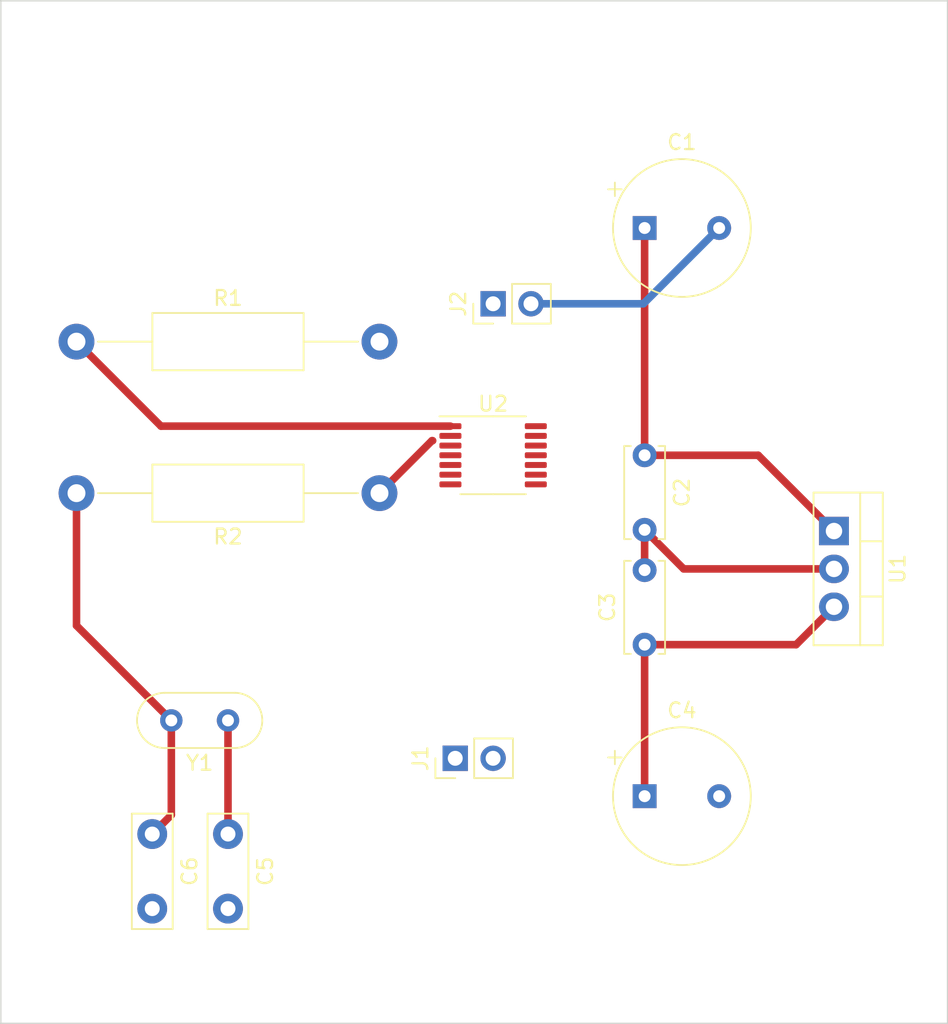
<source format=kicad_pcb>
(kicad_pcb (version 20211014) (generator pcbnew)
  (layers (0 "F.Cu" signal) (31 "B.Cu" signal) (34 "B.Paste" user) (35 "F.Paste" user) (36 "B.SilkS" user "B.Silkscreen") (37 "F.SilkS" user "F.Silkscreen") (38 "B.Mask" user) (39 "F.Mask" user) (44 "Edge.Cuts" user))
  (net 0 "")
  (net 1 "Net-(C1-Pad1)")
  (net 2 "GND")
  (net 3 "Net-(C3-Pad1)")
  (net 4 "Net-(C5-Pad1)")
  (net 5 "Net-(C6-Pad1)")
  (net 6 "Net-(J2-Pad1)")
  (footprint "Package_TO_SOT_THT:TO-220-3_Vertical" (layer "F.Cu") (at 170.18 76.2 -90)
    (fp_text reference "U1" (at 2.54 -4.27 90) (layer "F.SilkS"))
    (fp_text value "LM7805_TO220")
    (fp_line (start 7.66 -3.27) (end 7.66 1.371) (layer "F.SilkS") (width 0.12))
    (fp_line (start -2.58 -3.27) (end 7.66 -3.27) (layer "F.SilkS") (width 0.12))
    (fp_line (start -2.58 1.371) (end 7.66 1.371) (layer "F.SilkS") (width 0.12))
    (fp_line (start -2.58 -1.76) (end 7.66 -1.76) (layer "F.SilkS") (width 0.12))
    (fp_line (start -2.58 -3.27) (end -2.58 1.371) (layer "F.SilkS") (width 0.12))
    (fp_line (start 0.69 -3.27) (end 0.69 -1.76) (layer "F.SilkS") (width 0.12))
    (fp_line (start 4.391 -3.27) (end 4.391 -1.76) (layer "F.SilkS") (width 0.12))
    (pad "1" thru_hole rect (at 0 0 270) (size 1.905 2) (drill 1.1) (layers *.Cu *.Mask) (net 1 "Net-(C1-Pad1)"))
    (pad "2" thru_hole oval (at 2.54 0 270) (size 1.905 2) (drill 1.1) (layers *.Cu *.Mask) (net 2 "GND"))
    (pad "3" thru_hole oval (at 5.08 0 270) (size 1.905 2) (drill 1.1) (layers *.Cu *.Mask) (net 3 "Net-(C3-Pad1)"))
  )
  (footprint "Connector_PinHeader_2.54mm:PinHeader_1x02_P2.54mm_Vertical" (layer "F.Cu") (at 147.32 60.96 90)
    (fp_text reference "J2" (at 0 -2.33 90) (layer "F.SilkS"))
    (fp_text value "Conn_01x02_Female")
    (fp_line (start -1.33 1.27) (end 1.33 1.27) (layer "F.SilkS") (width 0.12))
    (fp_line (start -1.33 3.87) (end 1.33 3.87) (layer "F.SilkS") (width 0.12))
    (fp_line (start -1.33 -1.33) (end 0 -1.33) (layer "F.SilkS") (width 0.12))
    (fp_line (start -1.33 0) (end -1.33 -1.33) (layer "F.SilkS") (width 0.12))
    (fp_line (start 1.33 1.27) (end 1.33 3.87) (layer "F.SilkS") (width 0.12))
    (fp_line (start -1.33 1.27) (end -1.33 3.87) (layer "F.SilkS") (width 0.12))
    (pad "1" thru_hole rect (at 0 0 90) (size 1.7 1.7) (drill 1) (layers *.Cu *.Mask) (net 6 "Net-(J2-Pad1)"))
    (pad "2" thru_hole oval (at 0 2.54 90) (size 1.7 1.7) (drill 1) (layers *.Cu *.Mask) (net 2 "GND"))
  )
  (footprint "Capacitor_THT:C_Disc_D6.0mm_W2.5mm_P5.00mm" (layer "F.Cu") (at 157.48 71.12 -90)
    (fp_text reference "C2" (at 2.5 -2.5 90) (layer "F.SilkS"))
    (fp_text value "100n")
    (fp_line (start -0.62 -1.37) (end 5.62 -1.37) (layer "F.SilkS") (width 0.12))
    (fp_line (start 5.62 0.925) (end 5.62 1.37) (layer "F.SilkS") (width 0.12))
    (fp_line (start -0.62 -1.37) (end -0.62 -0.925) (layer "F.SilkS") (width 0.12))
    (fp_line (start 5.62 -1.37) (end 5.62 -0.925) (layer "F.SilkS") (width 0.12))
    (fp_line (start -0.62 1.37) (end 5.62 1.37) (layer "F.SilkS") (width 0.12))
    (fp_line (start -0.62 0.925) (end -0.62 1.37) (layer "F.SilkS") (width 0.12))
    (pad "1" thru_hole circle (at 0 0 270) (size 1.6 1.6) (drill 0.8) (layers *.Cu *.Mask) (net 1 "Net-(C1-Pad1)"))
    (pad "2" thru_hole circle (at 5 0 270) (size 1.6 1.6) (drill 0.8) (layers *.Cu *.Mask) (net 2 "GND"))
  )
  (footprint "Capacitor_THT:C_Disc_D7.5mm_W2.5mm_P5.00mm" (layer "F.Cu") (at 124.46 96.52 -90)
    (fp_text reference "C6" (at 2.5 -2.5 90) (layer "F.SilkS"))
    (fp_text value "22p")
    (fp_line (start 6.37 -1.37) (end 6.37 1.37) (layer "F.SilkS") (width 0.12))
    (fp_line (start -1.37 -1.37) (end 6.37 -1.37) (layer "F.SilkS") (width 0.12))
    (fp_line (start -1.37 1.37) (end 6.37 1.37) (layer "F.SilkS") (width 0.12))
    (fp_line (start -1.37 -1.37) (end -1.37 1.37) (layer "F.SilkS") (width 0.12))
    (pad "1" thru_hole circle (at 0 0 270) (size 2 2) (drill 1) (layers *.Cu *.Mask) (net 5 "Net-(C6-Pad1)"))
    (pad "2" thru_hole circle (at 5 0 270) (size 2 2) (drill 1) (layers *.Cu *.Mask) (net 2 "GND"))
  )
  (footprint "Capacitor_THT:C_Disc_D6.0mm_W2.5mm_P5.00mm" (layer "F.Cu") (at 157.48 83.82 90)
    (fp_text reference "C3" (at 2.5 -2.5 90) (layer "F.SilkS"))
    (fp_text value "100n")
    (fp_line (start 5.62 -1.37) (end 5.62 -0.925) (layer "F.SilkS") (width 0.12))
    (fp_line (start -0.62 0.925) (end -0.62 1.37) (layer "F.SilkS") (width 0.12))
    (fp_line (start -0.62 -1.37) (end 5.62 -1.37) (layer "F.SilkS") (width 0.12))
    (fp_line (start -0.62 1.37) (end 5.62 1.37) (layer "F.SilkS") (width 0.12))
    (fp_line (start -0.62 -1.37) (end -0.62 -0.925) (layer "F.SilkS") (width 0.12))
    (fp_line (start 5.62 0.925) (end 5.62 1.37) (layer "F.SilkS") (width 0.12))
    (pad "1" thru_hole circle (at 0 0 90) (size 1.6 1.6) (drill 0.8) (layers *.Cu *.Mask) (net 3 "Net-(C3-Pad1)"))
    (pad "2" thru_hole circle (at 5 0 90) (size 1.6 1.6) (drill 0.8) (layers *.Cu *.Mask) (net 2 "GND"))
  )
  (footprint "Capacitor_THT:CP_Radial_Tantal_D9.0mm_P5.00mm" (layer "F.Cu") (at 157.48 93.98)
    (fp_text reference "C4" (at 2.5 -5.75) (layer "F.SilkS"))
    (fp_text value "100/10")
    (fp_line (start -2.444672 -2.595) (end -1.544672 -2.595) (layer "F.SilkS") (width 0.12))
    (fp_line (start -1.994672 -3.045) (end -1.994672 -2.145) (layer "F.SilkS") (width 0.12))
    (fp_circle (center 2.5 0) (end 7.12 0) (layer "F.SilkS") (width 0.12) (fill none))
    (pad "1" thru_hole rect (at 0 0) (size 1.6 1.6) (drill 0.8) (layers *.Cu *.Mask) (net 3 "Net-(C3-Pad1)"))
    (pad "2" thru_hole circle (at 5 0) (size 1.6 1.6) (drill 0.8) (layers *.Cu *.Mask) (net 2 "GND"))
  )
  (footprint "Capacitor_THT:CP_Radial_Tantal_D9.0mm_P5.00mm" (layer "F.Cu") (at 157.48 55.88)
    (fp_text reference "C1" (at 2.5 -5.75) (layer "F.SilkS"))
    (fp_text value "1000/25")
    (fp_line (start -1.994672 -3.045) (end -1.994672 -2.145) (layer "F.SilkS") (width 0.12))
    (fp_line (start -2.444672 -2.595) (end -1.544672 -2.595) (layer "F.SilkS") (width 0.12))
    (fp_circle (center 2.5 0) (end 7.12 0) (layer "F.SilkS") (width 0.12) (fill none))
    (pad "1" thru_hole rect (at 0 0) (size 1.6 1.6) (drill 0.8) (layers *.Cu *.Mask) (net 1 "Net-(C1-Pad1)"))
    (pad "2" thru_hole circle (at 5 0) (size 1.6 1.6) (drill 0.8) (layers *.Cu *.Mask) (net 2 "GND"))
  )
  (footprint "Resistor_THT:R_Axial_DIN0411_L9.9mm_D3.6mm_P20.32mm_Horizontal" (layer "F.Cu") (at 139.7 73.66 180)
    (fp_text reference "R2" (at 10.16 -2.92) (layer "F.SilkS"))
    (fp_text value "100K")
    (fp_line (start 15.23 -1.92) (end 5.09 -1.92) (layer "F.SilkS") (width 0.12))
    (fp_line (start 1.44 0) (end 5.09 0) (layer "F.SilkS") (width 0.12))
    (fp_line (start 15.23 1.92) (end 15.23 -1.92) (layer "F.SilkS") (width 0.12))
    (fp_line (start 5.09 1.92) (end 15.23 1.92) (layer "F.SilkS") (width 0.12))
    (fp_line (start 5.09 -1.92) (end 5.09 1.92) (layer "F.SilkS") (width 0.12))
    (fp_line (start 18.88 0) (end 15.23 0) (layer "F.SilkS") (width 0.12))
    (pad "1" thru_hole circle (at 0 0 180) (size 2.4 2.4) (drill 1.2) (layers *.Cu *.Mask) (net 6 "Net-(J2-Pad1)"))
    (pad "2" thru_hole oval (at 20.32 0 180) (size 2.4 2.4) (drill 1.2) (layers *.Cu *.Mask) (net 5 "Net-(C6-Pad1)"))
  )
  (footprint "Connector_PinHeader_2.54mm:PinHeader_1x02_P2.54mm_Vertical" (layer "F.Cu") (at 144.78 91.44 90)
    (fp_text reference "J1" (at 0 -2.33 90) (layer "F.SilkS"))
    (fp_text value "Conn_01x02_Female")
    (fp_line (start -1.33 -1.33) (end 0 -1.33) (layer "F.SilkS") (width 0.12))
    (fp_line (start -1.33 0) (end -1.33 -1.33) (layer "F.SilkS") (width 0.12))
    (fp_line (start 1.33 1.27) (end 1.33 3.87) (layer "F.SilkS") (width 0.12))
    (fp_line (start -1.33 1.27) (end -1.33 3.87) (layer "F.SilkS") (width 0.12))
    (fp_line (start -1.33 1.27) (end 1.33 1.27) (layer "F.SilkS") (width 0.12))
    (fp_line (start -1.33 3.87) (end 1.33 3.87) (layer "F.SilkS") (width 0.12))
    (pad "1" thru_hole rect (at 0 0 90) (size 1.7 1.7) (drill 1) (layers *.Cu *.Mask) (net 2 "GND"))
    (pad "2" thru_hole oval (at 0 2.54 90) (size 1.7 1.7) (drill 1) (layers *.Cu *.Mask) (net 1 "Net-(C1-Pad1)"))
  )
  (footprint "Crystal:Crystal_HC52-6mm_Vertical" (layer "F.Cu") (at 129.54 88.9 180)
    (fp_text reference "Y1" (at 1.9 -2.85) (layer "F.SilkS"))
    (fp_text value "1MHz")
    (fp_line (start -0.45 1.85) (end 4.25 1.85) (layer "F.SilkS") (width 0.12))
    (fp_line (start -0.45 -1.85) (end 4.25 -1.85) (layer "F.SilkS") (width 0.12))
    (fp_arc (start 4.25 -1.85) (mid 6.1 0) (end 4.25 1.85) (layer "F.SilkS") (width 0.12))
    (fp_arc (start -0.45 1.85) (mid -2.3 0) (end -0.45 -1.85) (layer "F.SilkS") (width 0.12))
    (pad "1" thru_hole circle (at 0 0 180) (size 1.5 1.5) (drill 0.8) (layers *.Cu *.Mask) (net 4 "Net-(C5-Pad1)"))
    (pad "2" thru_hole circle (at 3.8 0 180) (size 1.5 1.5) (drill 0.8) (layers *.Cu *.Mask) (net 5 "Net-(C6-Pad1)"))
  )
  (footprint "Resistor_THT:R_Axial_DIN0411_L9.9mm_D3.6mm_P20.32mm_Horizontal" (layer "F.Cu") (at 119.38 63.5)
    (fp_text reference "R1" (at 10.16 -2.92) (layer "F.SilkS"))
    (fp_text value "1M")
    (fp_line (start 5.09 -1.92) (end 5.09 1.92) (layer "F.SilkS") (width 0.12))
    (fp_line (start 18.88 0) (end 15.23 0) (layer "F.SilkS") (width 0.12))
    (fp_line (start 5.09 1.92) (end 15.23 1.92) (layer "F.SilkS") (width 0.12))
    (fp_line (start 1.44 0) (end 5.09 0) (layer "F.SilkS") (width 0.12))
    (fp_line (start 15.23 1.92) (end 15.23 -1.92) (layer "F.SilkS") (width 0.12))
    (fp_line (start 15.23 -1.92) (end 5.09 -1.92) (layer "F.SilkS") (width 0.12))
    (pad "1" thru_hole circle (at 0 0) (size 2.4 2.4) (drill 1.2) (layers *.Cu *.Mask) (net 4 "Net-(C5-Pad1)"))
    (pad "2" thru_hole oval (at 20.32 0) (size 2.4 2.4) (drill 1.2) (layers *.Cu *.Mask) (net 6 "Net-(J2-Pad1)"))
  )
  (footprint "Capacitor_THT:C_Disc_D7.5mm_W2.5mm_P5.00mm" (layer "F.Cu") (at 129.54 96.52 -90)
    (fp_text reference "C5" (at 2.5 -2.5 90) (layer "F.SilkS"))
    (fp_text value "22p")
    (fp_line (start -1.37 -1.37) (end 6.37 -1.37) (layer "F.SilkS") (width 0.12))
    (fp_line (start -1.37 -1.37) (end -1.37 1.37) (layer "F.SilkS") (width 0.12))
    (fp_line (start 6.37 -1.37) (end 6.37 1.37) (layer "F.SilkS") (width 0.12))
    (fp_line (start -1.37 1.37) (end 6.37 1.37) (layer "F.SilkS") (width 0.12))
    (pad "1" thru_hole circle (at 0 0 270) (size 2 2) (drill 1) (layers *.Cu *.Mask) (net 4 "Net-(C5-Pad1)"))
    (pad "2" thru_hole circle (at 5 0 270) (size 2 2) (drill 1) (layers *.Cu *.Mask) (net 2 "GND"))
  )
  (footprint "Package_SO:TSSOP-14_4.4x5mm_P0.65mm" (layer "F.Cu") (at 147.32 71.12)
    (fp_text reference "U2" (at 0 -3.45) (layer "F.SilkS"))
    (fp_text value "74HC04")
    (fp_line (start 0 2.61) (end -2.2 2.61) (layer "F.SilkS") (width 0.12))
    (fp_line (start 0 -2.61) (end -3.6 -2.61) (layer "F.SilkS") (width 0.12))
    (fp_line (start 0 -2.61) (end 2.2 -2.61) (layer "F.SilkS") (width 0.12))
    (fp_line (start 0 2.61) (end 2.2 2.61) (layer "F.SilkS") (width 0.12))
    (pad "1" smd roundrect (at -2.8625 -1.95) (size 1.475 0.4) (layers "F.Cu" "F.Paste" "F.Mask") (net 4 "Net-(C5-Pad1)"))
    (pad "2" smd roundrect (at -2.8625 -1.3) (size 1.475 0.4) (layers "F.Cu" "F.Paste" "F.Mask") (net 6 "Net-(J2-Pad1)"))
    (pad "3" smd roundrect (at -2.8625 -0.65) (size 1.475 0.4) (layers "F.Cu" "F.Paste" "F.Mask"))
    (pad "4" smd roundrect (at -2.8625 0) (size 1.475 0.4) (layers "F.Cu" "F.Paste" "F.Mask"))
    (pad "5" smd roundrect (at -2.8625 0.65) (size 1.475 0.4) (layers "F.Cu" "F.Paste" "F.Mask"))
    (pad "6" smd roundrect (at -2.8625 1.3) (size 1.475 0.4) (layers "F.Cu" "F.Paste" "F.Mask"))
    (pad "7" smd roundrect (at -2.8625 1.95) (size 1.475 0.4) (layers "F.Cu" "F.Paste" "F.Mask"))
    (pad "8" smd roundrect (at 2.8625 1.95) (size 1.475 0.4) (layers "F.Cu" "F.Paste" "F.Mask"))
    (pad "9" smd roundrect (at 2.8625 1.3) (size 1.475 0.4) (layers "F.Cu" "F.Paste" "F.Mask"))
    (pad "10" smd roundrect (at 2.8625 0.65) (size 1.475 0.4) (layers "F.Cu" "F.Paste" "F.Mask"))
    (pad "11" smd roundrect (at 2.8625 0) (size 1.475 0.4) (layers "F.Cu" "F.Paste" "F.Mask"))
    (pad "12" smd roundrect (at 2.8625 -0.65) (size 1.475 0.4) (layers "F.Cu" "F.Paste" "F.Mask"))
    (pad "13" smd roundrect (at 2.8625 -1.3) (size 1.475 0.4) (layers "F.Cu" "F.Paste" "F.Mask"))
    (pad "14" smd roundrect (at 2.8625 -1.95) (size 1.475 0.4) (layers "F.Cu" "F.Paste" "F.Mask"))
  )
  (gr_line (start 177.8 40.64) (end 177.8 109.22) (layer "Edge.Cuts") (width 0.1))
  (gr_line (start 177.8 109.22) (end 114.3 109.22) (layer "Edge.Cuts") (width 0.1))
  (gr_line (start 114.3 109.22) (end 114.3 40.64) (layer "Edge.Cuts") (width 0.1))
  (gr_line (start 114.3 40.64) (end 177.8 40.64) (layer "Edge.Cuts") (width 0.1))
  (segment (start 157.48 71.12) (end 165.1 71.12) (width 0.508) (layer "F.Cu") (net 1))
  (segment (start 165.1 71.12) (end 170.18 76.2) (width 0.508) (layer "F.Cu") (net 1))
  (segment (start 157.48 55.88) (end 157.48 71.12) (width 0.508) (layer "F.Cu") (net 1))
  (segment (start 157.48 76.12) (end 157.48 78.82) (width 0.508) (layer "F.Cu") (net 2))
  (segment (start 170.18 78.74) (end 160.1 78.74) (width 0.508) (layer "F.Cu") (net 2))
  (segment (start 160.1 78.74) (end 157.48 76.12) (width 0.508) (layer "F.Cu") (net 2))
  (segment (start 157.56 78.74) (end 157.48 78.82) (width 0.508) (layer "F.Cu") (net 2))
  (segment (start 157.4 60.96) (end 162.48 55.88) (width 0.508) (layer "B.Cu") (net 2))
  (segment (start 149.86 60.96) (end 157.4 60.96) (width 0.508) (layer "B.Cu") (net 2))
  (segment (start 157.48 93.98) (end 157.48 83.82) (width 0.508) (layer "F.Cu") (net 3))
  (segment (start 157.48 83.82) (end 167.64 83.82) (width 0.508) (layer "F.Cu") (net 3))
  (segment (start 167.64 83.82) (end 170.18 81.28) (width 0.508) (layer "F.Cu") (net 3))
  (segment (start 125.046 69.166) (end 144.4575 69.166) (width 0.508) (layer "F.Cu") (net 4))
  (segment (start 129.54 88.9) (end 129.54 96.52) (width 0.508) (layer "F.Cu") (net 4))
  (segment (start 119.38 63.5) (end 125.046 69.166) (width 0.508) (layer "F.Cu") (net 4))
  (segment (start 119.38 82.54) (end 125.74 88.9) (width 0.508) (layer "F.Cu") (net 5))
  (segment (start 119.38 73.66) (end 119.38 82.54) (width 0.508) (layer "F.Cu") (net 5))
  (segment (start 125.74 95.24) (end 124.46 96.52) (width 0.508) (layer "F.Cu") (net 5))
  (segment (start 125.74 88.9) (end 125.74 95.24) (width 0.508) (layer "F.Cu") (net 5))
  (segment (start 139.7 73.66) (end 143.219474 70.140526) (width 0.508) (layer "F.Cu") (net 6))
  (segment (start 143.219474 70.140526) (end 143.266 70.140526) (width 0.508) (layer "F.Cu") (net 6))
)
</source>
